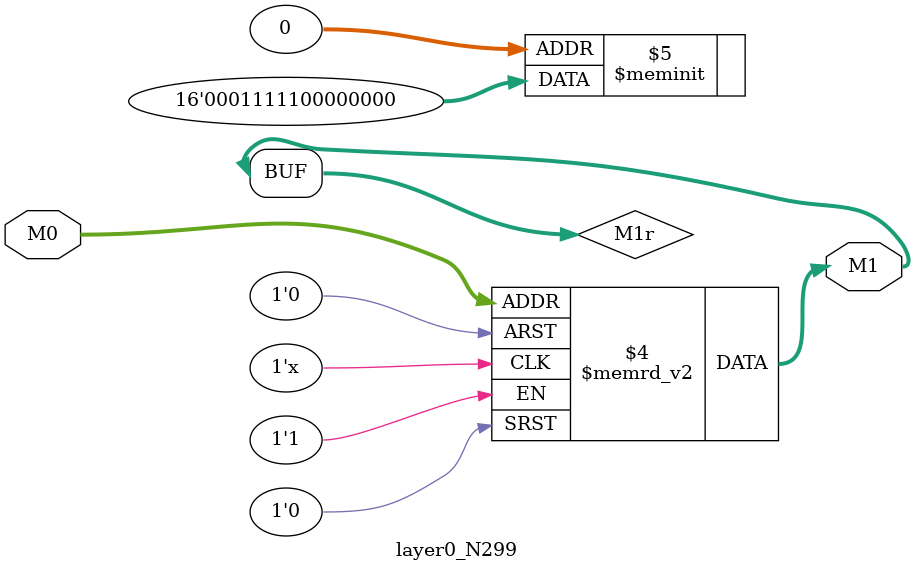
<source format=v>
module layer0_N299 ( input [2:0] M0, output [1:0] M1 );

	(*rom_style = "distributed" *) reg [1:0] M1r;
	assign M1 = M1r;
	always @ (M0) begin
		case (M0)
			3'b000: M1r = 2'b00;
			3'b100: M1r = 2'b11;
			3'b010: M1r = 2'b00;
			3'b110: M1r = 2'b01;
			3'b001: M1r = 2'b00;
			3'b101: M1r = 2'b11;
			3'b011: M1r = 2'b00;
			3'b111: M1r = 2'b00;

		endcase
	end
endmodule

</source>
